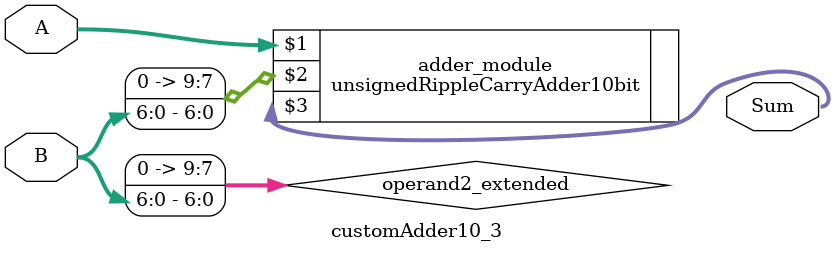
<source format=v>

module customAdder10_3(
                    input [9 : 0] A,
                    input [6 : 0] B,
                    
                    output [10 : 0] Sum
            );

    wire [9 : 0] operand2_extended;
    
    assign operand2_extended =  {3'b0, B};
    
    unsignedRippleCarryAdder10bit adder_module(
        A,
        operand2_extended,
        Sum
    );
    
endmodule
        
</source>
